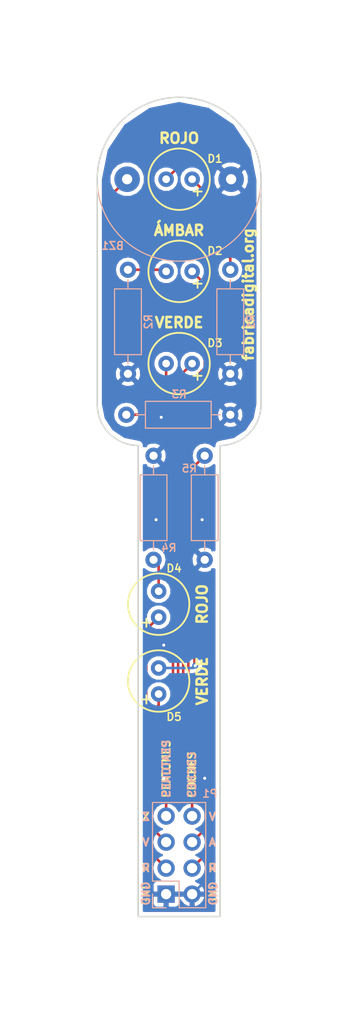
<source format=kicad_pcb>
(kicad_pcb (version 4) (host pcbnew 4.0.6-e0-6349~53~ubuntu16.04.1)

  (general
    (links 18)
    (no_connects 0)
    (area 142.5 62.5 178.85 162.500001)
    (thickness 1.6)
    (drawings 36)
    (tracks 89)
    (zones 0)
    (modules 12)
    (nets 13)
  )

  (page A4)
  (layers
    (0 F.Cu signal)
    (31 B.Cu signal)
    (32 B.Adhes user)
    (33 F.Adhes user)
    (34 B.Paste user)
    (35 F.Paste user)
    (36 B.SilkS user)
    (37 F.SilkS user)
    (38 B.Mask user)
    (39 F.Mask user)
    (40 Dwgs.User user)
    (41 Cmts.User user)
    (42 Eco1.User user)
    (43 Eco2.User user)
    (44 Edge.Cuts user)
    (45 Margin user)
    (46 B.CrtYd user)
    (47 F.CrtYd user)
    (48 B.Fab user hide)
    (49 F.Fab user hide)
  )

  (setup
    (last_trace_width 0.25)
    (trace_clearance 0.25)
    (zone_clearance 0.375)
    (zone_45_only no)
    (trace_min 0.2)
    (segment_width 0.2)
    (edge_width 0.15)
    (via_size 0.6)
    (via_drill 0.3)
    (via_min_size 0.4)
    (via_min_drill 0.3)
    (uvia_size 0.3)
    (uvia_drill 0.1)
    (uvias_allowed no)
    (uvia_min_size 0.2)
    (uvia_min_drill 0.1)
    (pcb_text_width 0.3)
    (pcb_text_size 1.5 1.5)
    (mod_edge_width 0.15)
    (mod_text_size 0.75 0.75)
    (mod_text_width 0.15)
    (pad_size 1.524 1.524)
    (pad_drill 0.762)
    (pad_to_mask_clearance 0.2)
    (aux_axis_origin 156 152)
    (grid_origin 156 152)
    (visible_elements FFFFFF7F)
    (pcbplotparams
      (layerselection 0x010fc_80000001)
      (usegerberextensions true)
      (excludeedgelayer true)
      (linewidth 0.100000)
      (plotframeref false)
      (viasonmask false)
      (mode 1)
      (useauxorigin true)
      (hpglpennumber 1)
      (hpglpenspeed 20)
      (hpglpendiameter 15)
      (hpglpenoverlay 2)
      (psnegative false)
      (psa4output false)
      (plotreference true)
      (plotvalue false)
      (plotinvisibletext false)
      (padsonsilk false)
      (subtractmaskfromsilk false)
      (outputformat 1)
      (mirror false)
      (drillshape 0)
      (scaleselection 1)
      (outputdirectory fab))
  )

  (net 0 "")
  (net 1 GNDREF)
  (net 2 /ZUMBADOR)
  (net 3 "Net-(D1-Pad1)")
  (net 4 /COCHES-VERDE)
  (net 5 "Net-(D2-Pad1)")
  (net 6 /COCHES-AMBAR)
  (net 7 "Net-(D3-Pad1)")
  (net 8 /COCHES-ROJO)
  (net 9 "Net-(D4-Pad1)")
  (net 10 /PEATONES-VERDE)
  (net 11 "Net-(D5-Pad1)")
  (net 12 /PEATONES-ROJO)

  (net_class Default "This is the default net class."
    (clearance 0.25)
    (trace_width 0.25)
    (via_dia 0.6)
    (via_drill 0.3)
    (uvia_dia 0.3)
    (uvia_drill 0.1)
    (add_net /COCHES-AMBAR)
    (add_net /COCHES-ROJO)
    (add_net /COCHES-VERDE)
    (add_net /PEATONES-ROJO)
    (add_net /PEATONES-VERDE)
    (add_net /ZUMBADOR)
    (add_net GNDREF)
    (add_net "Net-(D1-Pad1)")
    (add_net "Net-(D2-Pad1)")
    (add_net "Net-(D3-Pad1)")
    (add_net "Net-(D4-Pad1)")
    (add_net "Net-(D5-Pad1)")
  )

  (module Pin_Headers:Pin_Header_Straight_2x04_Pitch2.54mm (layer B.Cu) (tedit 58D4FA9C) (tstamp 58D40AFE)
    (at 160 146)
    (descr "Through hole straight pin header, 2x04, 2.54mm pitch, double rows")
    (tags "Through hole pin header THT 2x04 2.54mm double row")
    (path /5887798C)
    (fp_text reference P1 (at 3 -6) (layer B.SilkS)
      (effects (font (size 0.75 0.75) (thickness 0.15)) (justify mirror))
    )
    (fp_text value CONN_02X04 (at 0 -6.14) (layer B.Fab)
      (effects (font (size 1 1) (thickness 0.15)) (justify mirror))
    )
    (fp_line (start -2.54 5.08) (end -2.54 -5.08) (layer B.Fab) (width 0.1))
    (fp_line (start -2.54 -5.08) (end 2.54 -5.08) (layer B.Fab) (width 0.1))
    (fp_line (start 2.54 -5.08) (end 2.54 5.08) (layer B.Fab) (width 0.1))
    (fp_line (start 2.54 5.08) (end -2.54 5.08) (layer B.Fab) (width 0.1))
    (fp_line (start -2.6 2.54) (end -2.6 -5.14) (layer B.SilkS) (width 0.12))
    (fp_line (start -2.6 -5.14) (end 2.6 -5.14) (layer B.SilkS) (width 0.12))
    (fp_line (start 2.6 -5.14) (end 2.6 5.14) (layer B.SilkS) (width 0.12))
    (fp_line (start 2.6 5.14) (end 0 5.14) (layer B.SilkS) (width 0.12))
    (fp_line (start 0 5.14) (end 0 2.54) (layer B.SilkS) (width 0.12))
    (fp_line (start 0 2.54) (end -2.6 2.54) (layer B.SilkS) (width 0.12))
    (fp_line (start -2.6 3.81) (end -2.6 5.14) (layer B.SilkS) (width 0.12))
    (fp_line (start -2.6 5.14) (end -1.27 5.14) (layer B.SilkS) (width 0.12))
    (fp_line (start -3.07 5.61) (end -3.07 -5.59) (layer B.CrtYd) (width 0.05))
    (fp_line (start -3.07 -5.59) (end 3.08 -5.59) (layer B.CrtYd) (width 0.05))
    (fp_line (start 3.08 -5.59) (end 3.08 5.61) (layer B.CrtYd) (width 0.05))
    (fp_line (start 3.08 5.61) (end -3.07 5.61) (layer B.CrtYd) (width 0.05))
    (fp_text user %R (at 0 6.14) (layer B.Fab)
      (effects (font (size 1 1) (thickness 0.15)) (justify mirror))
    )
    (pad 1 thru_hole rect (at -1.27 3.81) (size 1.7 1.7) (drill 1) (layers *.Cu *.Mask)
      (net 1 GNDREF))
    (pad 2 thru_hole oval (at 1.27 3.81) (size 1.7 1.7) (drill 1) (layers *.Cu *.Mask)
      (net 1 GNDREF))
    (pad 3 thru_hole oval (at -1.27 1.27) (size 1.7 1.7) (drill 1) (layers *.Cu *.Mask)
      (net 12 /PEATONES-ROJO))
    (pad 4 thru_hole oval (at 1.27 1.27) (size 1.7 1.7) (drill 1) (layers *.Cu *.Mask)
      (net 8 /COCHES-ROJO))
    (pad 5 thru_hole oval (at -1.27 -1.27) (size 1.7 1.7) (drill 1) (layers *.Cu *.Mask)
      (net 10 /PEATONES-VERDE))
    (pad 6 thru_hole oval (at 1.27 -1.27) (size 1.7 1.7) (drill 1) (layers *.Cu *.Mask)
      (net 6 /COCHES-AMBAR))
    (pad 7 thru_hole oval (at -1.27 -3.81) (size 1.7 1.7) (drill 1) (layers *.Cu *.Mask)
      (net 2 /ZUMBADOR))
    (pad 8 thru_hole oval (at 1.27 -3.81) (size 1.7 1.7) (drill 1) (layers *.Cu *.Mask)
      (net 4 /COCHES-VERDE))
    (model ${KISYS3DMOD}/Pin_Headers.3dshapes/Pin_Header_Straight_2x04_Pitch2.54mm.wrl
      (at (xyz 0.05 -0.15 0))
      (scale (xyz 1 1 1))
      (rotate (xyz 0 0 90))
    )
  )

  (module Buzzers_Beepers:BUZZER (layer B.Cu) (tedit 0) (tstamp 58D40AD4)
    (at 160 80)
    (path /588776B0)
    (fp_text reference BZ1 (at -6.5 6.5) (layer B.SilkS)
      (effects (font (size 0.75 0.75) (thickness 0.15)) (justify mirror))
    )
    (fp_text value Buzzer (at 0 -1.50114) (layer B.Fab)
      (effects (font (size 1 1) (thickness 0.15)) (justify mirror))
    )
    (fp_circle (center 0 0) (end 8.001 -0.24892) (layer B.SilkS) (width 0.12))
    (pad 2 thru_hole circle (at 5.08 0) (size 2.49936 2.49936) (drill 1.00076) (layers *.Cu *.Mask)
      (net 1 GNDREF))
    (pad 1 thru_hole circle (at -5.08 0) (size 2.49936 2.49936) (drill 1.00076) (layers *.Cu *.Mask)
      (net 2 /ZUMBADOR))
  )

  (module Resistors_THT:R_Axial_DIN0207_L6.3mm_D2.5mm_P10.16mm_Horizontal (layer B.Cu) (tedit 5874F706) (tstamp 58D40B04)
    (at 165 99 90)
    (descr "Resistor, Axial_DIN0207 series, Axial, Horizontal, pin pitch=10.16mm, 0.25W = 1/4W, length*diameter=6.3*2.5mm^2, http://cdn-reichelt.de/documents/datenblatt/B400/1_4W%23YAG.pdf")
    (tags "Resistor Axial_DIN0207 series Axial Horizontal pin pitch 10.16mm 0.25W = 1/4W length 6.3mm diameter 2.5mm")
    (path /58877498)
    (fp_text reference R1 (at 5.08 2 90) (layer B.SilkS)
      (effects (font (size 0.75 0.75) (thickness 0.15)) (justify mirror))
    )
    (fp_text value R (at 5.08 -2.31 90) (layer B.Fab)
      (effects (font (size 1 1) (thickness 0.15)) (justify mirror))
    )
    (fp_line (start 1.93 1.25) (end 1.93 -1.25) (layer B.Fab) (width 0.1))
    (fp_line (start 1.93 -1.25) (end 8.23 -1.25) (layer B.Fab) (width 0.1))
    (fp_line (start 8.23 -1.25) (end 8.23 1.25) (layer B.Fab) (width 0.1))
    (fp_line (start 8.23 1.25) (end 1.93 1.25) (layer B.Fab) (width 0.1))
    (fp_line (start 0 0) (end 1.93 0) (layer B.Fab) (width 0.1))
    (fp_line (start 10.16 0) (end 8.23 0) (layer B.Fab) (width 0.1))
    (fp_line (start 1.87 1.31) (end 1.87 -1.31) (layer B.SilkS) (width 0.12))
    (fp_line (start 1.87 -1.31) (end 8.29 -1.31) (layer B.SilkS) (width 0.12))
    (fp_line (start 8.29 -1.31) (end 8.29 1.31) (layer B.SilkS) (width 0.12))
    (fp_line (start 8.29 1.31) (end 1.87 1.31) (layer B.SilkS) (width 0.12))
    (fp_line (start 0.98 0) (end 1.87 0) (layer B.SilkS) (width 0.12))
    (fp_line (start 9.18 0) (end 8.29 0) (layer B.SilkS) (width 0.12))
    (fp_line (start -1.05 1.6) (end -1.05 -1.6) (layer B.CrtYd) (width 0.05))
    (fp_line (start -1.05 -1.6) (end 11.25 -1.6) (layer B.CrtYd) (width 0.05))
    (fp_line (start 11.25 -1.6) (end 11.25 1.6) (layer B.CrtYd) (width 0.05))
    (fp_line (start 11.25 1.6) (end -1.05 1.6) (layer B.CrtYd) (width 0.05))
    (pad 1 thru_hole circle (at 0 0 90) (size 1.6 1.6) (drill 0.8) (layers *.Cu *.Mask)
      (net 1 GNDREF))
    (pad 2 thru_hole oval (at 10.16 0 90) (size 1.6 1.6) (drill 0.8) (layers *.Cu *.Mask)
      (net 3 "Net-(D1-Pad1)"))
    (model Resistors_THT.3dshapes/R_Axial_DIN0207_L6.3mm_D2.5mm_P10.16mm_Horizontal.wrl
      (at (xyz 0 0 0))
      (scale (xyz 0.393701 0.393701 0.393701))
      (rotate (xyz 0 0 0))
    )
  )

  (module Resistors_THT:R_Axial_DIN0207_L6.3mm_D2.5mm_P10.16mm_Horizontal (layer B.Cu) (tedit 5874F706) (tstamp 58D40B0A)
    (at 155 99 90)
    (descr "Resistor, Axial_DIN0207 series, Axial, Horizontal, pin pitch=10.16mm, 0.25W = 1/4W, length*diameter=6.3*2.5mm^2, http://cdn-reichelt.de/documents/datenblatt/B400/1_4W%23YAG.pdf")
    (tags "Resistor Axial_DIN0207 series Axial Horizontal pin pitch 10.16mm 0.25W = 1/4W length 6.3mm diameter 2.5mm")
    (path /588774EF)
    (fp_text reference R2 (at 5.08 2 90) (layer B.SilkS)
      (effects (font (size 0.75 0.75) (thickness 0.15)) (justify mirror))
    )
    (fp_text value R (at 5.08 -2.31 90) (layer B.Fab)
      (effects (font (size 1 1) (thickness 0.15)) (justify mirror))
    )
    (fp_line (start 1.93 1.25) (end 1.93 -1.25) (layer B.Fab) (width 0.1))
    (fp_line (start 1.93 -1.25) (end 8.23 -1.25) (layer B.Fab) (width 0.1))
    (fp_line (start 8.23 -1.25) (end 8.23 1.25) (layer B.Fab) (width 0.1))
    (fp_line (start 8.23 1.25) (end 1.93 1.25) (layer B.Fab) (width 0.1))
    (fp_line (start 0 0) (end 1.93 0) (layer B.Fab) (width 0.1))
    (fp_line (start 10.16 0) (end 8.23 0) (layer B.Fab) (width 0.1))
    (fp_line (start 1.87 1.31) (end 1.87 -1.31) (layer B.SilkS) (width 0.12))
    (fp_line (start 1.87 -1.31) (end 8.29 -1.31) (layer B.SilkS) (width 0.12))
    (fp_line (start 8.29 -1.31) (end 8.29 1.31) (layer B.SilkS) (width 0.12))
    (fp_line (start 8.29 1.31) (end 1.87 1.31) (layer B.SilkS) (width 0.12))
    (fp_line (start 0.98 0) (end 1.87 0) (layer B.SilkS) (width 0.12))
    (fp_line (start 9.18 0) (end 8.29 0) (layer B.SilkS) (width 0.12))
    (fp_line (start -1.05 1.6) (end -1.05 -1.6) (layer B.CrtYd) (width 0.05))
    (fp_line (start -1.05 -1.6) (end 11.25 -1.6) (layer B.CrtYd) (width 0.05))
    (fp_line (start 11.25 -1.6) (end 11.25 1.6) (layer B.CrtYd) (width 0.05))
    (fp_line (start 11.25 1.6) (end -1.05 1.6) (layer B.CrtYd) (width 0.05))
    (pad 1 thru_hole circle (at 0 0 90) (size 1.6 1.6) (drill 0.8) (layers *.Cu *.Mask)
      (net 1 GNDREF))
    (pad 2 thru_hole oval (at 10.16 0 90) (size 1.6 1.6) (drill 0.8) (layers *.Cu *.Mask)
      (net 5 "Net-(D2-Pad1)"))
    (model Resistors_THT.3dshapes/R_Axial_DIN0207_L6.3mm_D2.5mm_P10.16mm_Horizontal.wrl
      (at (xyz 0 0 0))
      (scale (xyz 0.393701 0.393701 0.393701))
      (rotate (xyz 0 0 0))
    )
  )

  (module Resistors_THT:R_Axial_DIN0207_L6.3mm_D2.5mm_P10.16mm_Horizontal (layer B.Cu) (tedit 5874F706) (tstamp 58D40B10)
    (at 165 103 180)
    (descr "Resistor, Axial_DIN0207 series, Axial, Horizontal, pin pitch=10.16mm, 0.25W = 1/4W, length*diameter=6.3*2.5mm^2, http://cdn-reichelt.de/documents/datenblatt/B400/1_4W%23YAG.pdf")
    (tags "Resistor Axial_DIN0207 series Axial Horizontal pin pitch 10.16mm 0.25W = 1/4W length 6.3mm diameter 2.5mm")
    (path /58877520)
    (fp_text reference R3 (at 5 2 180) (layer B.SilkS)
      (effects (font (size 0.75 0.75) (thickness 0.15)) (justify mirror))
    )
    (fp_text value R (at 5.08 -2.31 180) (layer B.Fab)
      (effects (font (size 1 1) (thickness 0.15)) (justify mirror))
    )
    (fp_line (start 1.93 1.25) (end 1.93 -1.25) (layer B.Fab) (width 0.1))
    (fp_line (start 1.93 -1.25) (end 8.23 -1.25) (layer B.Fab) (width 0.1))
    (fp_line (start 8.23 -1.25) (end 8.23 1.25) (layer B.Fab) (width 0.1))
    (fp_line (start 8.23 1.25) (end 1.93 1.25) (layer B.Fab) (width 0.1))
    (fp_line (start 0 0) (end 1.93 0) (layer B.Fab) (width 0.1))
    (fp_line (start 10.16 0) (end 8.23 0) (layer B.Fab) (width 0.1))
    (fp_line (start 1.87 1.31) (end 1.87 -1.31) (layer B.SilkS) (width 0.12))
    (fp_line (start 1.87 -1.31) (end 8.29 -1.31) (layer B.SilkS) (width 0.12))
    (fp_line (start 8.29 -1.31) (end 8.29 1.31) (layer B.SilkS) (width 0.12))
    (fp_line (start 8.29 1.31) (end 1.87 1.31) (layer B.SilkS) (width 0.12))
    (fp_line (start 0.98 0) (end 1.87 0) (layer B.SilkS) (width 0.12))
    (fp_line (start 9.18 0) (end 8.29 0) (layer B.SilkS) (width 0.12))
    (fp_line (start -1.05 1.6) (end -1.05 -1.6) (layer B.CrtYd) (width 0.05))
    (fp_line (start -1.05 -1.6) (end 11.25 -1.6) (layer B.CrtYd) (width 0.05))
    (fp_line (start 11.25 -1.6) (end 11.25 1.6) (layer B.CrtYd) (width 0.05))
    (fp_line (start 11.25 1.6) (end -1.05 1.6) (layer B.CrtYd) (width 0.05))
    (pad 1 thru_hole circle (at 0 0 180) (size 1.6 1.6) (drill 0.8) (layers *.Cu *.Mask)
      (net 1 GNDREF))
    (pad 2 thru_hole oval (at 10.16 0 180) (size 1.6 1.6) (drill 0.8) (layers *.Cu *.Mask)
      (net 7 "Net-(D3-Pad1)"))
    (model Resistors_THT.3dshapes/R_Axial_DIN0207_L6.3mm_D2.5mm_P10.16mm_Horizontal.wrl
      (at (xyz 0 0 0))
      (scale (xyz 0.393701 0.393701 0.393701))
      (rotate (xyz 0 0 0))
    )
  )

  (module Resistors_THT:R_Axial_DIN0207_L6.3mm_D2.5mm_P10.16mm_Horizontal (layer B.Cu) (tedit 5874F706) (tstamp 58D40B16)
    (at 157.5 107 270)
    (descr "Resistor, Axial_DIN0207 series, Axial, Horizontal, pin pitch=10.16mm, 0.25W = 1/4W, length*diameter=6.3*2.5mm^2, http://cdn-reichelt.de/documents/datenblatt/B400/1_4W%23YAG.pdf")
    (tags "Resistor Axial_DIN0207 series Axial Horizontal pin pitch 10.16mm 0.25W = 1/4W length 6.3mm diameter 2.5mm")
    (path /58877554)
    (fp_text reference R4 (at 9 -1.5 360) (layer B.SilkS)
      (effects (font (size 0.75 0.75) (thickness 0.15)) (justify mirror))
    )
    (fp_text value R (at 5.08 -2.31 270) (layer B.Fab)
      (effects (font (size 1 1) (thickness 0.15)) (justify mirror))
    )
    (fp_line (start 1.93 1.25) (end 1.93 -1.25) (layer B.Fab) (width 0.1))
    (fp_line (start 1.93 -1.25) (end 8.23 -1.25) (layer B.Fab) (width 0.1))
    (fp_line (start 8.23 -1.25) (end 8.23 1.25) (layer B.Fab) (width 0.1))
    (fp_line (start 8.23 1.25) (end 1.93 1.25) (layer B.Fab) (width 0.1))
    (fp_line (start 0 0) (end 1.93 0) (layer B.Fab) (width 0.1))
    (fp_line (start 10.16 0) (end 8.23 0) (layer B.Fab) (width 0.1))
    (fp_line (start 1.87 1.31) (end 1.87 -1.31) (layer B.SilkS) (width 0.12))
    (fp_line (start 1.87 -1.31) (end 8.29 -1.31) (layer B.SilkS) (width 0.12))
    (fp_line (start 8.29 -1.31) (end 8.29 1.31) (layer B.SilkS) (width 0.12))
    (fp_line (start 8.29 1.31) (end 1.87 1.31) (layer B.SilkS) (width 0.12))
    (fp_line (start 0.98 0) (end 1.87 0) (layer B.SilkS) (width 0.12))
    (fp_line (start 9.18 0) (end 8.29 0) (layer B.SilkS) (width 0.12))
    (fp_line (start -1.05 1.6) (end -1.05 -1.6) (layer B.CrtYd) (width 0.05))
    (fp_line (start -1.05 -1.6) (end 11.25 -1.6) (layer B.CrtYd) (width 0.05))
    (fp_line (start 11.25 -1.6) (end 11.25 1.6) (layer B.CrtYd) (width 0.05))
    (fp_line (start 11.25 1.6) (end -1.05 1.6) (layer B.CrtYd) (width 0.05))
    (pad 1 thru_hole circle (at 0 0 270) (size 1.6 1.6) (drill 0.8) (layers *.Cu *.Mask)
      (net 1 GNDREF))
    (pad 2 thru_hole oval (at 10.16 0 270) (size 1.6 1.6) (drill 0.8) (layers *.Cu *.Mask)
      (net 9 "Net-(D4-Pad1)"))
    (model Resistors_THT.3dshapes/R_Axial_DIN0207_L6.3mm_D2.5mm_P10.16mm_Horizontal.wrl
      (at (xyz 0 0 0))
      (scale (xyz 0.393701 0.393701 0.393701))
      (rotate (xyz 0 0 0))
    )
  )

  (module Resistors_THT:R_Axial_DIN0207_L6.3mm_D2.5mm_P10.16mm_Horizontal (layer B.Cu) (tedit 5874F706) (tstamp 58D40B1C)
    (at 162.5 117.16 90)
    (descr "Resistor, Axial_DIN0207 series, Axial, Horizontal, pin pitch=10.16mm, 0.25W = 1/4W, length*diameter=6.3*2.5mm^2, http://cdn-reichelt.de/documents/datenblatt/B400/1_4W%23YAG.pdf")
    (tags "Resistor Axial_DIN0207 series Axial Horizontal pin pitch 10.16mm 0.25W = 1/4W length 6.3mm diameter 2.5mm")
    (path /5887759B)
    (fp_text reference R5 (at 8.91 -1.5 180) (layer B.SilkS)
      (effects (font (size 0.75 0.75) (thickness 0.15)) (justify mirror))
    )
    (fp_text value R (at 5.08 -2.31 90) (layer B.Fab)
      (effects (font (size 1 1) (thickness 0.15)) (justify mirror))
    )
    (fp_line (start 1.93 1.25) (end 1.93 -1.25) (layer B.Fab) (width 0.1))
    (fp_line (start 1.93 -1.25) (end 8.23 -1.25) (layer B.Fab) (width 0.1))
    (fp_line (start 8.23 -1.25) (end 8.23 1.25) (layer B.Fab) (width 0.1))
    (fp_line (start 8.23 1.25) (end 1.93 1.25) (layer B.Fab) (width 0.1))
    (fp_line (start 0 0) (end 1.93 0) (layer B.Fab) (width 0.1))
    (fp_line (start 10.16 0) (end 8.23 0) (layer B.Fab) (width 0.1))
    (fp_line (start 1.87 1.31) (end 1.87 -1.31) (layer B.SilkS) (width 0.12))
    (fp_line (start 1.87 -1.31) (end 8.29 -1.31) (layer B.SilkS) (width 0.12))
    (fp_line (start 8.29 -1.31) (end 8.29 1.31) (layer B.SilkS) (width 0.12))
    (fp_line (start 8.29 1.31) (end 1.87 1.31) (layer B.SilkS) (width 0.12))
    (fp_line (start 0.98 0) (end 1.87 0) (layer B.SilkS) (width 0.12))
    (fp_line (start 9.18 0) (end 8.29 0) (layer B.SilkS) (width 0.12))
    (fp_line (start -1.05 1.6) (end -1.05 -1.6) (layer B.CrtYd) (width 0.05))
    (fp_line (start -1.05 -1.6) (end 11.25 -1.6) (layer B.CrtYd) (width 0.05))
    (fp_line (start 11.25 -1.6) (end 11.25 1.6) (layer B.CrtYd) (width 0.05))
    (fp_line (start 11.25 1.6) (end -1.05 1.6) (layer B.CrtYd) (width 0.05))
    (pad 1 thru_hole circle (at 0 0 90) (size 1.6 1.6) (drill 0.8) (layers *.Cu *.Mask)
      (net 1 GNDREF))
    (pad 2 thru_hole oval (at 10.16 0 90) (size 1.6 1.6) (drill 0.8) (layers *.Cu *.Mask)
      (net 11 "Net-(D5-Pad1)"))
    (model Resistors_THT.3dshapes/R_Axial_DIN0207_L6.3mm_D2.5mm_P10.16mm_Horizontal.wrl
      (at (xyz 0 0 0))
      (scale (xyz 0.393701 0.393701 0.393701))
      (rotate (xyz 0 0 0))
    )
  )

  (module leds-thru:LED_5MM_T1-3_4 (layer F.Cu) (tedit 57DAAC8E) (tstamp 58D40EFB)
    (at 160 80)
    (path /588771FF)
    (fp_text reference D1 (at 3.5 -2) (layer F.SilkS)
      (effects (font (size 0.75 0.75) (thickness 0.15)))
    )
    (fp_text value LED (at 0 -0.5) (layer F.Fab) hide
      (effects (font (size 1 1) (thickness 0.15)))
    )
    (fp_line (start 2.2 1.2) (end 1.4 1.2) (layer F.SilkS) (width 0.18))
    (fp_line (start 1.8 0.8) (end 1.8 1.6) (layer F.SilkS) (width 0.18))
    (fp_circle (center 0 0) (end 3 0) (layer F.SilkS) (width 0.18))
    (pad 1 thru_hole circle (at -1.27 0) (size 1.524 1.524) (drill 0.75) (layers *.Cu *.Mask)
      (net 3 "Net-(D1-Pad1)"))
    (pad 2 thru_hole circle (at 1.27 0) (size 1.524 1.524) (drill 0.75) (layers *.Cu *.Mask)
      (net 8 /COCHES-ROJO))
  )

  (module leds-thru:LED_5MM_T1-3_4 (layer F.Cu) (tedit 57DAAC8E) (tstamp 58D40F00)
    (at 160 89)
    (path /58877329)
    (fp_text reference D2 (at 3.5 -2) (layer F.SilkS)
      (effects (font (size 0.75 0.75) (thickness 0.15)))
    )
    (fp_text value LED (at 0 -0.5) (layer F.Fab) hide
      (effects (font (size 1 1) (thickness 0.15)))
    )
    (fp_line (start 2.2 1.2) (end 1.4 1.2) (layer F.SilkS) (width 0.18))
    (fp_line (start 1.8 0.8) (end 1.8 1.6) (layer F.SilkS) (width 0.18))
    (fp_circle (center 0 0) (end 3 0) (layer F.SilkS) (width 0.18))
    (pad 1 thru_hole circle (at -1.27 0) (size 1.524 1.524) (drill 0.75) (layers *.Cu *.Mask)
      (net 5 "Net-(D2-Pad1)"))
    (pad 2 thru_hole circle (at 1.27 0) (size 1.524 1.524) (drill 0.75) (layers *.Cu *.Mask)
      (net 6 /COCHES-AMBAR))
  )

  (module leds-thru:LED_5MM_T1-3_4 (layer F.Cu) (tedit 57DAAC8E) (tstamp 58D40F05)
    (at 160 98)
    (path /5887734B)
    (fp_text reference D3 (at 3.5 -2) (layer F.SilkS)
      (effects (font (size 0.75 0.75) (thickness 0.15)))
    )
    (fp_text value LED (at 0 -0.5) (layer F.Fab) hide
      (effects (font (size 1 1) (thickness 0.15)))
    )
    (fp_line (start 2.2 1.2) (end 1.4 1.2) (layer F.SilkS) (width 0.18))
    (fp_line (start 1.8 0.8) (end 1.8 1.6) (layer F.SilkS) (width 0.18))
    (fp_circle (center 0 0) (end 3 0) (layer F.SilkS) (width 0.18))
    (pad 1 thru_hole circle (at -1.27 0) (size 1.524 1.524) (drill 0.75) (layers *.Cu *.Mask)
      (net 7 "Net-(D3-Pad1)"))
    (pad 2 thru_hole circle (at 1.27 0) (size 1.524 1.524) (drill 0.75) (layers *.Cu *.Mask)
      (net 4 /COCHES-VERDE))
  )

  (module leds-thru:LED_5MM_T1-3_4 (layer F.Cu) (tedit 57DAAC8E) (tstamp 58D40F0A)
    (at 158 121.5 270)
    (path /5887737E)
    (fp_text reference D4 (at -3.5 -1.5 360) (layer F.SilkS)
      (effects (font (size 0.75 0.75) (thickness 0.15)))
    )
    (fp_text value LED (at 0 -0.5 270) (layer F.Fab) hide
      (effects (font (size 1 1) (thickness 0.15)))
    )
    (fp_line (start 2.2 1.2) (end 1.4 1.2) (layer F.SilkS) (width 0.18))
    (fp_line (start 1.8 0.8) (end 1.8 1.6) (layer F.SilkS) (width 0.18))
    (fp_circle (center 0 0) (end 3 0) (layer F.SilkS) (width 0.18))
    (pad 1 thru_hole circle (at -1.27 0 270) (size 1.524 1.524) (drill 0.75) (layers *.Cu *.Mask)
      (net 9 "Net-(D4-Pad1)"))
    (pad 2 thru_hole circle (at 1.27 0 270) (size 1.524 1.524) (drill 0.75) (layers *.Cu *.Mask)
      (net 12 /PEATONES-ROJO))
  )

  (module leds-thru:LED_5MM_T1-3_4 (layer F.Cu) (tedit 57DAAC8E) (tstamp 58D40F0F)
    (at 158 129 270)
    (path /588773C2)
    (fp_text reference D5 (at 3.5 -1.5 360) (layer F.SilkS)
      (effects (font (size 0.75 0.75) (thickness 0.15)))
    )
    (fp_text value LED (at 0 -0.5 270) (layer F.Fab) hide
      (effects (font (size 1 1) (thickness 0.15)))
    )
    (fp_line (start 2.2 1.2) (end 1.4 1.2) (layer F.SilkS) (width 0.18))
    (fp_line (start 1.8 0.8) (end 1.8 1.6) (layer F.SilkS) (width 0.18))
    (fp_circle (center 0 0) (end 3 0) (layer F.SilkS) (width 0.18))
    (pad 1 thru_hole circle (at -1.27 0 270) (size 1.524 1.524) (drill 0.75) (layers *.Cu *.Mask)
      (net 11 "Net-(D5-Pad1)"))
    (pad 2 thru_hole circle (at 1.27 0 270) (size 1.524 1.524) (drill 0.75) (layers *.Cu *.Mask)
      (net 10 /PEATONES-VERDE))
  )

  (gr_text fabricadigital.org (at 166.75 91.25 90) (layer F.SilkS)
    (effects (font (size 1 1) (thickness 0.25)))
  )
  (gr_text GND (at 156.75 149.75 90) (layer B.SilkS) (tstamp 58D4FBF1)
    (effects (font (size 0.75 0.75) (thickness 0.1875)) (justify mirror))
  )
  (gr_text GND (at 163.25 149.75 270) (layer B.SilkS) (tstamp 58D4FBEE)
    (effects (font (size 0.75 0.75) (thickness 0.1875)) (justify mirror))
  )
  (gr_text R (at 163.25 147.25) (layer B.SilkS) (tstamp 58D4FBEB)
    (effects (font (size 0.75 0.75) (thickness 0.1875)) (justify mirror))
  )
  (gr_text R (at 156.75 147.25) (layer B.SilkS) (tstamp 58D4FBE8)
    (effects (font (size 0.75 0.75) (thickness 0.1875)) (justify mirror))
  )
  (gr_text A (at 163.25 144.75) (layer B.SilkS) (tstamp 58D4FBE5)
    (effects (font (size 0.75 0.75) (thickness 0.1875)) (justify mirror))
  )
  (gr_text V (at 156.75 144.75) (layer B.SilkS) (tstamp 58D4FBE2)
    (effects (font (size 0.75 0.75) (thickness 0.1875)) (justify mirror))
  )
  (gr_text V (at 163.25 142.25) (layer B.SilkS) (tstamp 58D4FBDF)
    (effects (font (size 0.75 0.75) (thickness 0.1875)) (justify mirror))
  )
  (gr_text Z (at 156.75 142.25) (layer F.SilkS) (tstamp 58D4FBDC)
    (effects (font (size 0.75 0.75) (thickness 0.1875)))
  )
  (gr_text COCHES (at 161.25 140.5 90) (layer B.SilkS) (tstamp 58D4FBD7)
    (effects (font (size 0.75 0.75) (thickness 0.1875)) (justify right mirror))
  )
  (gr_text PEATONES (at 158.75 140.5 90) (layer B.SilkS) (tstamp 58D4FBD2)
    (effects (font (size 0.75 0.75) (thickness 0.1875)) (justify right mirror))
  )
  (gr_text COCHES (at 161.25 140.5 90) (layer F.SilkS) (tstamp 58D4FAED)
    (effects (font (size 0.75 0.75) (thickness 0.1875)) (justify left))
  )
  (gr_text GND (at 163.25 149.75 270) (layer F.SilkS) (tstamp 58D4FAEB)
    (effects (font (size 0.75 0.75) (thickness 0.1875)))
  )
  (gr_text GND (at 156.75 149.75 90) (layer F.SilkS)
    (effects (font (size 0.75 0.75) (thickness 0.1875)))
  )
  (gr_text A (at 163.25 144.75) (layer F.SilkS) (tstamp 58D4FA73)
    (effects (font (size 0.75 0.75) (thickness 0.1875)))
  )
  (gr_text R (at 163.25 147.25) (layer F.SilkS) (tstamp 58D4FA6D)
    (effects (font (size 0.75 0.75) (thickness 0.1875)))
  )
  (gr_text V (at 163.25 142.25) (layer F.SilkS) (tstamp 58D4FA63)
    (effects (font (size 0.75 0.75) (thickness 0.1875)))
  )
  (gr_text R (at 156.75 147.25) (layer F.SilkS) (tstamp 58D4FA1D)
    (effects (font (size 0.75 0.75) (thickness 0.1875)))
  )
  (gr_text V (at 156.75 144.75) (layer F.SilkS)
    (effects (font (size 0.75 0.75) (thickness 0.1875)))
  )
  (gr_text PEATONES (at 158.75 140.5 90) (layer F.SilkS)
    (effects (font (size 0.75 0.75) (thickness 0.1875)) (justify left))
  )
  (gr_text Z (at 156.75 142.25) (layer B.SilkS)
    (effects (font (size 0.75 0.75) (thickness 0.1875)) (justify mirror))
  )
  (gr_text VERDE (at 162.25 129 90) (layer F.SilkS) (tstamp 58D4F969)
    (effects (font (size 1 1) (thickness 0.25)))
  )
  (gr_text ROJO (at 162.25 121.5 90) (layer F.SilkS) (tstamp 58D4F946)
    (effects (font (size 1 1) (thickness 0.25)))
  )
  (gr_text VERDE (at 160 94) (layer F.SilkS) (tstamp 58D4F943)
    (effects (font (size 1 1) (thickness 0.25)))
  )
  (gr_text ÁMBAR (at 160 85) (layer F.SilkS) (tstamp 58D4F908)
    (effects (font (size 1 1) (thickness 0.25)))
  )
  (gr_text ROJO (at 160 76) (layer F.SilkS)
    (effects (font (size 1 1) (thickness 0.25)))
  )
  (dimension 80 (width 0.3) (layer Cmts.User)
    (gr_text "80,000 mm" (at 172.35 112 270) (layer Cmts.User) (tstamp 58D4FD03)
      (effects (font (size 1.5 1.5) (thickness 0.3)))
    )
    (feature1 (pts (xy 160 152) (xy 173.7 152)))
    (feature2 (pts (xy 160 72) (xy 173.7 72)))
    (crossbar (pts (xy 171 72) (xy 171 152)))
    (arrow1a (pts (xy 171 152) (xy 170.413579 150.873496)))
    (arrow1b (pts (xy 171 152) (xy 171.586421 150.873496)))
    (arrow2a (pts (xy 171 72) (xy 170.413579 73.126504)))
    (arrow2b (pts (xy 171 72) (xy 171.586421 73.126504)))
  )
  (gr_line (start 164 152) (end 164 106) (layer Edge.Cuts) (width 0.15))
  (gr_line (start 156 152) (end 164 152) (layer Edge.Cuts) (width 0.15))
  (gr_line (start 156 106) (end 156 152) (layer Edge.Cuts) (width 0.15))
  (gr_arc (start 156 102) (end 156 106) (angle 90) (layer Edge.Cuts) (width 0.15))
  (gr_arc (start 164 102) (end 168 102) (angle 90) (layer Edge.Cuts) (width 0.15))
  (gr_line (start 168 80) (end 168 102) (layer Edge.Cuts) (width 0.15))
  (dimension 16 (width 0.3) (layer Cmts.User)
    (gr_text "16,000 mm" (at 160 69.65) (layer Cmts.User)
      (effects (font (size 1.5 1.5) (thickness 0.3)))
    )
    (feature1 (pts (xy 168 80) (xy 168 68.3)))
    (feature2 (pts (xy 152 80) (xy 152 68.3)))
    (crossbar (pts (xy 152 71) (xy 168 71)))
    (arrow1a (pts (xy 168 71) (xy 166.873496 71.586421)))
    (arrow1b (pts (xy 168 71) (xy 166.873496 70.413579)))
    (arrow2a (pts (xy 152 71) (xy 153.126504 71.586421)))
    (arrow2b (pts (xy 152 71) (xy 153.126504 70.413579)))
  )
  (gr_line (start 152 80) (end 152 102) (layer Edge.Cuts) (width 0.15))
  (gr_arc (start 160 80) (end 152 80) (angle 180) (layer Edge.Cuts) (width 0.15))

  (segment (start 160.75 114.75) (end 162.25 113.25) (width 0.25) (layer B.Cu) (net 1))
  (segment (start 160.25 115.25) (end 160.75 114.75) (width 0.25) (layer B.Cu) (net 1))
  (segment (start 160.75 114.75) (end 160.75 105.75) (width 0.25) (layer B.Cu) (net 1))
  (segment (start 160.75 105.75) (end 158.25 103.25) (width 0.25) (layer B.Cu) (net 1))
  (via (at 158.25 103.25) (size 0.6) (drill 0.3) (layers F.Cu B.Cu) (net 1))
  (segment (start 160.25 116) (end 160.25 115.75) (width 0.25) (layer B.Cu) (net 1))
  (segment (start 160.25 118.5) (end 160.25 116) (width 0.25) (layer B.Cu) (net 1))
  (segment (start 160.25 116) (end 160.25 115.25) (width 0.25) (layer B.Cu) (net 1))
  (via (at 162.25 113.25) (size 0.6) (drill 0.3) (layers F.Cu B.Cu) (net 1))
  (segment (start 160.25 115.75) (end 157.75 113.25) (width 0.25) (layer B.Cu) (net 1))
  (via (at 157.75 113.25) (size 0.6) (drill 0.3) (layers F.Cu B.Cu) (net 1))
  (segment (start 162.5 120.75) (end 160.25 118.5) (width 0.25) (layer B.Cu) (net 1))
  (segment (start 162.5 125.5) (end 162.5 120.75) (width 0.25) (layer B.Cu) (net 1))
  (segment (start 162.5 125.5) (end 158.5 125.5) (width 0.25) (layer B.Cu) (net 1))
  (via (at 158.5 125.5) (size 0.6) (drill 0.3) (layers F.Cu B.Cu) (net 1))
  (segment (start 162.5 138.5) (end 162.5 125.5) (width 0.25) (layer B.Cu) (net 1))
  (segment (start 162.5 138.5) (end 158.5 138.5) (width 0.25) (layer B.Cu) (net 1))
  (via (at 158.5 138.5) (size 0.6) (drill 0.3) (layers F.Cu B.Cu) (net 1))
  (segment (start 161.27 149.81) (end 163 148.08) (width 0.25) (layer B.Cu) (net 1))
  (segment (start 163 148.08) (end 163 139) (width 0.25) (layer B.Cu) (net 1))
  (segment (start 163 139) (end 162.5 138.5) (width 0.25) (layer B.Cu) (net 1))
  (via (at 162.5 138.5) (size 0.6) (drill 0.3) (layers F.Cu B.Cu) (net 1))
  (segment (start 158.73 142.19) (end 158.73 140.987919) (width 0.25) (layer F.Cu) (net 2))
  (segment (start 158.73 140.987919) (end 159.4 140.317919) (width 0.25) (layer F.Cu) (net 2))
  (segment (start 159.4 119.42844) (end 158.8 118.82844) (width 0.25) (layer F.Cu) (net 2))
  (segment (start 159.4 140.317919) (end 159.4 119.42844) (width 0.25) (layer F.Cu) (net 2))
  (segment (start 158.8 118.82844) (end 158.8 106.5) (width 0.25) (layer F.Cu) (net 2))
  (segment (start 158.8 106.5) (end 157.5 105.2) (width 0.25) (layer F.Cu) (net 2))
  (segment (start 152.9 103.1) (end 152.9 82.02) (width 0.25) (layer F.Cu) (net 2))
  (segment (start 157.5 105.2) (end 155 105.2) (width 0.25) (layer F.Cu) (net 2))
  (segment (start 155 105.2) (end 152.9 103.1) (width 0.25) (layer F.Cu) (net 2))
  (segment (start 152.9 82.02) (end 154.92 80) (width 0.25) (layer F.Cu) (net 2))
  (segment (start 158.73 80) (end 160.23 78.5) (width 0.25) (layer F.Cu) (net 3))
  (segment (start 162 78.5) (end 162.9 79.4) (width 0.25) (layer F.Cu) (net 3))
  (segment (start 160.23 78.5) (end 162 78.5) (width 0.25) (layer F.Cu) (net 3))
  (segment (start 162.9 79.4) (end 162.9 80.5) (width 0.25) (layer F.Cu) (net 3))
  (segment (start 162.9 80.5) (end 163.50002 81.10002) (width 0.25) (layer F.Cu) (net 3))
  (segment (start 163.50002 81.10002) (end 163.50002 86.20865) (width 0.25) (layer F.Cu) (net 3))
  (segment (start 163.50002 86.20865) (end 165 87.70863) (width 0.25) (layer F.Cu) (net 3))
  (segment (start 165 87.70863) (end 165 88.84) (width 0.25) (layer F.Cu) (net 3))
  (segment (start 161.27 142.19) (end 161.27 140.987919) (width 0.25) (layer F.Cu) (net 4))
  (segment (start 159.30001 99.96999) (end 161.27 98) (width 0.25) (layer F.Cu) (net 4))
  (segment (start 161.27 140.987919) (end 159.90001 139.617929) (width 0.25) (layer F.Cu) (net 4))
  (segment (start 159.90001 139.617929) (end 159.90001 119.22133) (width 0.25) (layer F.Cu) (net 4))
  (segment (start 159.90001 119.22133) (end 159.30001 118.62133) (width 0.25) (layer F.Cu) (net 4))
  (segment (start 159.30001 118.62133) (end 159.30001 99.96999) (width 0.25) (layer F.Cu) (net 4))
  (segment (start 155 88.84) (end 158.57 88.84) (width 0.25) (layer F.Cu) (net 5))
  (segment (start 158.57 88.84) (end 158.73 89) (width 0.25) (layer F.Cu) (net 5))
  (segment (start 161.27 144.73) (end 162.6 143.4) (width 0.25) (layer F.Cu) (net 6))
  (segment (start 162.5 98.452762) (end 162.5 90.23) (width 0.25) (layer F.Cu) (net 6))
  (segment (start 162.6 143.4) (end 162.6 141.1) (width 0.25) (layer F.Cu) (net 6))
  (segment (start 162.6 141.1) (end 160.40002 138.90002) (width 0.25) (layer F.Cu) (net 6))
  (segment (start 160.40002 138.90002) (end 160.40002 119.01422) (width 0.25) (layer F.Cu) (net 6))
  (segment (start 160.40002 119.01422) (end 159.80002 118.41422) (width 0.25) (layer F.Cu) (net 6))
  (segment (start 159.80002 118.41422) (end 159.80002 101.152742) (width 0.25) (layer F.Cu) (net 6))
  (segment (start 159.80002 101.152742) (end 162.5 98.452762) (width 0.25) (layer F.Cu) (net 6))
  (segment (start 162.5 90.23) (end 161.27 89) (width 0.25) (layer F.Cu) (net 6))
  (segment (start 154.84 103) (end 155.97137 103) (width 0.25) (layer F.Cu) (net 7))
  (segment (start 155.97137 103) (end 158.73 100.24137) (width 0.25) (layer F.Cu) (net 7))
  (segment (start 158.73 100.24137) (end 158.73 99.07763) (width 0.25) (layer F.Cu) (net 7))
  (segment (start 158.73 99.07763) (end 158.73 98) (width 0.25) (layer F.Cu) (net 7))
  (segment (start 161.27 147.27) (end 163.10001 145.43999) (width 0.25) (layer F.Cu) (net 8))
  (segment (start 163.10001 145.43999) (end 163.10001 140.89289) (width 0.25) (layer F.Cu) (net 8))
  (segment (start 163.10001 140.89289) (end 160.90003 138.69291) (width 0.25) (layer F.Cu) (net 8))
  (segment (start 160.90003 138.69291) (end 160.90003 118.80711) (width 0.25) (layer F.Cu) (net 8))
  (segment (start 160.90003 118.80711) (end 160.30003 118.20711) (width 0.25) (layer F.Cu) (net 8))
  (segment (start 160.30003 118.20711) (end 160.30003 101.359852) (width 0.25) (layer F.Cu) (net 8))
  (segment (start 163.00001 98.659872) (end 163.00001 81.73001) (width 0.25) (layer F.Cu) (net 8))
  (segment (start 160.30003 101.359852) (end 163.00001 98.659872) (width 0.25) (layer F.Cu) (net 8))
  (segment (start 163.00001 81.73001) (end 161.27 80) (width 0.25) (layer F.Cu) (net 8))
  (segment (start 158 120.23) (end 158 117.66) (width 0.25) (layer F.Cu) (net 9))
  (segment (start 158 117.66) (end 157.5 117.16) (width 0.25) (layer F.Cu) (net 9))
  (segment (start 157.238001 143.238001) (end 157.288002 135.761999) (width 0.25) (layer F.Cu) (net 10))
  (segment (start 158 130.27) (end 158 131.34763) (width 0.25) (layer F.Cu) (net 10))
  (segment (start 158 131.34763) (end 157.288002 132.059628) (width 0.25) (layer F.Cu) (net 10))
  (segment (start 157.288002 132.059628) (end 157.288002 135.761999) (width 0.25) (layer F.Cu) (net 10))
  (segment (start 158.73 144.73) (end 157.238001 143.238001) (width 0.25) (layer F.Cu) (net 10))
  (segment (start 161.5 118.69996) (end 160.80004 118) (width 0.25) (layer F.Cu) (net 11))
  (segment (start 161.5 127.5) (end 161.5 125) (width 0.25) (layer F.Cu) (net 11))
  (segment (start 161.5 125) (end 161.5 118.69996) (width 0.25) (layer F.Cu) (net 11))
  (segment (start 161.57503 127.5) (end 161.5 127.5) (width 0.25) (layer F.Cu) (net 11))
  (segment (start 158 127.73) (end 161.34503 127.73) (width 0.25) (layer B.Cu) (net 11))
  (segment (start 161.34503 127.73) (end 161.57503 127.5) (width 0.25) (layer B.Cu) (net 11))
  (via (at 161.57503 127.5) (size 0.6) (drill 0.3) (layers F.Cu B.Cu) (net 11))
  (segment (start 160.80004 118) (end 160.80004 108.69996) (width 0.25) (layer F.Cu) (net 11))
  (segment (start 160.80004 108.69996) (end 162.5 107) (width 0.25) (layer F.Cu) (net 11))
  (segment (start 158.73 147.27) (end 156.787992 145.327992) (width 0.25) (layer F.Cu) (net 12))
  (segment (start 156.787992 145.327992) (end 156.787992 123.982008) (width 0.25) (layer F.Cu) (net 12))
  (segment (start 156.787992 123.982008) (end 158 122.77) (width 0.25) (layer F.Cu) (net 12))

  (zone (net 1) (net_name GNDREF) (layer B.Cu) (tstamp 0) (hatch edge 0.508)
    (priority 2)
    (connect_pads (clearance 0.375))
    (min_thickness 0.25)
    (fill yes (arc_segments 16) (thermal_gap 0.375) (thermal_bridge_width 0.5))
    (polygon
      (pts
        (xy 145 65) (xy 175 65) (xy 175 160) (xy 145 160)
      )
    )
    (filled_polygon
      (pts
        (xy 162.837114 73.150603) (xy 165.242302 74.757698) (xy 166.849397 77.162886) (xy 167.425 80.05663) (xy 167.425 101.943365)
        (xy 167.153879 103.306381) (xy 166.413875 104.413875) (xy 165.306381 105.153879) (xy 163.887823 105.436048) (xy 163.835501 105.457721)
        (xy 163.779957 105.468769) (xy 163.732869 105.500232) (xy 163.680547 105.521905) (xy 163.6405 105.561952) (xy 163.593414 105.593414)
        (xy 163.561952 105.6405) (xy 163.521905 105.680547) (xy 163.500232 105.732869) (xy 163.468769 105.779957) (xy 163.457721 105.835501)
        (xy 163.436048 105.887823) (xy 163.436048 105.944458) (xy 163.425 106) (xy 163.425 106.063914) (xy 163.419239 106.055292)
        (xy 162.997488 105.773488) (xy 162.5 105.674531) (xy 162.002512 105.773488) (xy 161.580761 106.055292) (xy 161.298957 106.477043)
        (xy 161.2 106.974531) (xy 161.2 107.025469) (xy 161.298957 107.522957) (xy 161.580761 107.944708) (xy 162.002512 108.226512)
        (xy 162.5 108.325469) (xy 162.997488 108.226512) (xy 163.419239 107.944708) (xy 163.425 107.936086) (xy 163.425 116.213967)
        (xy 163.347127 116.136094) (xy 163.255856 116.227365) (xy 163.174492 116.018979) (xy 162.6865 115.847717) (xy 162.170115 115.876238)
        (xy 161.825508 116.018979) (xy 161.744143 116.227366) (xy 162.5 116.983223) (xy 162.514142 116.969081) (xy 162.690919 117.145858)
        (xy 162.676777 117.16) (xy 162.690919 117.174142) (xy 162.514142 117.350919) (xy 162.5 117.336777) (xy 161.744143 118.092634)
        (xy 161.825508 118.301021) (xy 162.3135 118.472283) (xy 162.829885 118.443762) (xy 163.174492 118.301021) (xy 163.255856 118.092635)
        (xy 163.347127 118.183906) (xy 163.425 118.106033) (xy 163.425 151.425) (xy 156.575 151.425) (xy 156.575 150.06)
        (xy 157.38 150.06) (xy 157.38 150.759456) (xy 157.456121 150.943227) (xy 157.596773 151.08388) (xy 157.780544 151.16)
        (xy 158.48 151.16) (xy 158.605 151.035) (xy 158.605 149.935) (xy 158.855 149.935) (xy 158.855 151.035)
        (xy 158.98 151.16) (xy 159.679456 151.16) (xy 159.863227 151.08388) (xy 160.003879 150.943227) (xy 160.08 150.759456)
        (xy 160.08 150.428871) (xy 160.109038 150.49898) (xy 160.461072 150.890816) (xy 160.936258 151.118107) (xy 161.145 151.029211)
        (xy 161.145 149.935) (xy 161.395 149.935) (xy 161.395 151.029211) (xy 161.603742 151.118107) (xy 162.078928 150.890816)
        (xy 162.430962 150.49898) (xy 162.578097 150.14374) (xy 162.488606 149.935) (xy 161.395 149.935) (xy 161.145 149.935)
        (xy 160.051394 149.935) (xy 160.022469 150.002469) (xy 159.955 149.935) (xy 158.855 149.935) (xy 158.605 149.935)
        (xy 157.505 149.935) (xy 157.38 150.06) (xy 156.575 150.06) (xy 156.575 142.19) (xy 157.353552 142.19)
        (xy 157.456315 142.706623) (xy 157.748958 143.144594) (xy 158.186929 143.437237) (xy 158.301366 143.46) (xy 158.186929 143.482763)
        (xy 157.748958 143.775406) (xy 157.456315 144.213377) (xy 157.353552 144.73) (xy 157.456315 145.246623) (xy 157.748958 145.684594)
        (xy 158.186929 145.977237) (xy 158.301366 146) (xy 158.186929 146.022763) (xy 157.748958 146.315406) (xy 157.456315 146.753377)
        (xy 157.353552 147.27) (xy 157.456315 147.786623) (xy 157.748958 148.224594) (xy 158.101268 148.46) (xy 157.780544 148.46)
        (xy 157.596773 148.53612) (xy 157.456121 148.676773) (xy 157.38 148.860544) (xy 157.38 149.56) (xy 157.505 149.685)
        (xy 158.605 149.685) (xy 158.605 149.665) (xy 158.855 149.665) (xy 158.855 149.685) (xy 159.955 149.685)
        (xy 160.022469 149.617531) (xy 160.051394 149.685) (xy 161.145 149.685) (xy 161.145 149.665) (xy 161.395 149.665)
        (xy 161.395 149.685) (xy 162.488606 149.685) (xy 162.578097 149.47626) (xy 162.430962 149.12102) (xy 162.078928 148.729184)
        (xy 161.687882 148.542139) (xy 161.813071 148.517237) (xy 162.251042 148.224594) (xy 162.543685 147.786623) (xy 162.646448 147.27)
        (xy 162.543685 146.753377) (xy 162.251042 146.315406) (xy 161.813071 146.022763) (xy 161.698634 146) (xy 161.813071 145.977237)
        (xy 162.251042 145.684594) (xy 162.543685 145.246623) (xy 162.646448 144.73) (xy 162.543685 144.213377) (xy 162.251042 143.775406)
        (xy 161.813071 143.482763) (xy 161.698634 143.46) (xy 161.813071 143.437237) (xy 162.251042 143.144594) (xy 162.543685 142.706623)
        (xy 162.646448 142.19) (xy 162.543685 141.673377) (xy 162.251042 141.235406) (xy 161.813071 140.942763) (xy 161.296448 140.84)
        (xy 161.243552 140.84) (xy 160.726929 140.942763) (xy 160.288958 141.235406) (xy 160 141.667862) (xy 159.711042 141.235406)
        (xy 159.273071 140.942763) (xy 158.756448 140.84) (xy 158.703552 140.84) (xy 158.186929 140.942763) (xy 157.748958 141.235406)
        (xy 157.456315 141.673377) (xy 157.353552 142.19) (xy 156.575 142.19) (xy 156.575 130.519926) (xy 156.737781 130.519926)
        (xy 156.929505 130.983932) (xy 157.284201 131.339248) (xy 157.747871 131.53178) (xy 158.249926 131.532219) (xy 158.713932 131.340495)
        (xy 159.069248 130.985799) (xy 159.26178 130.522129) (xy 159.262219 130.020074) (xy 159.070495 129.556068) (xy 158.715799 129.200752)
        (xy 158.252129 129.00822) (xy 157.750074 129.007781) (xy 157.286068 129.199505) (xy 156.930752 129.554201) (xy 156.73822 130.017871)
        (xy 156.737781 130.519926) (xy 156.575 130.519926) (xy 156.575 127.979926) (xy 156.737781 127.979926) (xy 156.929505 128.443932)
        (xy 157.284201 128.799248) (xy 157.747871 128.99178) (xy 158.249926 128.992219) (xy 158.713932 128.800495) (xy 159.069248 128.445799)
        (xy 159.106951 128.355) (xy 161.34503 128.355) (xy 161.584207 128.307425) (xy 161.595292 128.300018) (xy 161.733462 128.300139)
        (xy 162.027602 128.178603) (xy 162.252842 127.953755) (xy 162.374891 127.659828) (xy 162.375169 127.341568) (xy 162.253633 127.047428)
        (xy 162.028785 126.822188) (xy 161.734858 126.700139) (xy 161.416598 126.699861) (xy 161.122458 126.821397) (xy 160.897218 127.046245)
        (xy 160.872821 127.105) (xy 159.107241 127.105) (xy 159.070495 127.016068) (xy 158.715799 126.660752) (xy 158.252129 126.46822)
        (xy 157.750074 126.467781) (xy 157.286068 126.659505) (xy 156.930752 127.014201) (xy 156.73822 127.477871) (xy 156.737781 127.979926)
        (xy 156.575 127.979926) (xy 156.575 123.019926) (xy 156.737781 123.019926) (xy 156.929505 123.483932) (xy 157.284201 123.839248)
        (xy 157.747871 124.03178) (xy 158.249926 124.032219) (xy 158.713932 123.840495) (xy 159.069248 123.485799) (xy 159.26178 123.022129)
        (xy 159.262219 122.520074) (xy 159.070495 122.056068) (xy 158.715799 121.700752) (xy 158.252129 121.50822) (xy 157.750074 121.507781)
        (xy 157.286068 121.699505) (xy 156.930752 122.054201) (xy 156.73822 122.517871) (xy 156.737781 123.019926) (xy 156.575 123.019926)
        (xy 156.575 120.479926) (xy 156.737781 120.479926) (xy 156.929505 120.943932) (xy 157.284201 121.299248) (xy 157.747871 121.49178)
        (xy 158.249926 121.492219) (xy 158.713932 121.300495) (xy 159.069248 120.945799) (xy 159.26178 120.482129) (xy 159.262219 119.980074)
        (xy 159.070495 119.516068) (xy 158.715799 119.160752) (xy 158.252129 118.96822) (xy 157.750074 118.967781) (xy 157.286068 119.159505)
        (xy 156.930752 119.514201) (xy 156.73822 119.977871) (xy 156.737781 120.479926) (xy 156.575 120.479926) (xy 156.575 118.096086)
        (xy 156.580761 118.104708) (xy 157.002512 118.386512) (xy 157.5 118.485469) (xy 157.997488 118.386512) (xy 158.419239 118.104708)
        (xy 158.701043 117.682957) (xy 158.8 117.185469) (xy 158.8 117.134531) (xy 158.767969 116.9735) (xy 161.187717 116.9735)
        (xy 161.216238 117.489885) (xy 161.358979 117.834492) (xy 161.567366 117.915857) (xy 162.323223 117.16) (xy 161.567366 116.404143)
        (xy 161.358979 116.485508) (xy 161.187717 116.9735) (xy 158.767969 116.9735) (xy 158.701043 116.637043) (xy 158.419239 116.215292)
        (xy 157.997488 115.933488) (xy 157.5 115.834531) (xy 157.002512 115.933488) (xy 156.580761 116.215292) (xy 156.575 116.223914)
        (xy 156.575 107.946033) (xy 156.652873 108.023906) (xy 156.744144 107.932635) (xy 156.825508 108.141021) (xy 157.3135 108.312283)
        (xy 157.829885 108.283762) (xy 158.174492 108.141021) (xy 158.255857 107.932634) (xy 157.5 107.176777) (xy 157.485858 107.190919)
        (xy 157.309081 107.014142) (xy 157.323223 107) (xy 157.676777 107) (xy 158.432634 107.755857) (xy 158.641021 107.674492)
        (xy 158.812283 107.1865) (xy 158.783762 106.670115) (xy 158.641021 106.325508) (xy 158.432634 106.244143) (xy 157.676777 107)
        (xy 157.323223 107) (xy 157.309081 106.985858) (xy 157.485858 106.809081) (xy 157.5 106.823223) (xy 158.255857 106.067366)
        (xy 158.174492 105.858979) (xy 157.6865 105.687717) (xy 157.170115 105.716238) (xy 156.825508 105.858979) (xy 156.744144 106.067365)
        (xy 156.652873 105.976094) (xy 156.575 106.053967) (xy 156.575 106) (xy 156.563952 105.944458) (xy 156.563952 105.887823)
        (xy 156.542279 105.835501) (xy 156.531231 105.779957) (xy 156.499768 105.732869) (xy 156.478095 105.680547) (xy 156.438048 105.6405)
        (xy 156.406586 105.593414) (xy 156.3595 105.561952) (xy 156.319453 105.521905) (xy 156.267131 105.500232) (xy 156.220043 105.468769)
        (xy 156.164499 105.457721) (xy 156.112177 105.436048) (xy 154.693619 105.153879) (xy 153.586125 104.413875) (xy 152.846121 103.306381)
        (xy 152.785178 103) (xy 153.514531 103) (xy 153.613488 103.497488) (xy 153.895292 103.919239) (xy 154.317043 104.201043)
        (xy 154.814531 104.3) (xy 154.865469 104.3) (xy 155.362957 104.201043) (xy 155.76466 103.932634) (xy 164.244143 103.932634)
        (xy 164.325508 104.141021) (xy 164.8135 104.312283) (xy 165.329885 104.283762) (xy 165.674492 104.141021) (xy 165.755857 103.932634)
        (xy 165 103.176777) (xy 164.244143 103.932634) (xy 155.76466 103.932634) (xy 155.784708 103.919239) (xy 156.066512 103.497488)
        (xy 156.165469 103) (xy 156.128372 102.8135) (xy 163.687717 102.8135) (xy 163.716238 103.329885) (xy 163.858979 103.674492)
        (xy 164.067366 103.755857) (xy 164.823223 103) (xy 165.176777 103) (xy 165.932634 103.755857) (xy 166.141021 103.674492)
        (xy 166.312283 103.1865) (xy 166.283762 102.670115) (xy 166.141021 102.325508) (xy 165.932634 102.244143) (xy 165.176777 103)
        (xy 164.823223 103) (xy 164.067366 102.244143) (xy 163.858979 102.325508) (xy 163.687717 102.8135) (xy 156.128372 102.8135)
        (xy 156.066512 102.502512) (xy 155.784708 102.080761) (xy 155.764661 102.067366) (xy 164.244143 102.067366) (xy 165 102.823223)
        (xy 165.755857 102.067366) (xy 165.674492 101.858979) (xy 165.1865 101.687717) (xy 164.670115 101.716238) (xy 164.325508 101.858979)
        (xy 164.244143 102.067366) (xy 155.764661 102.067366) (xy 155.362957 101.798957) (xy 154.865469 101.7) (xy 154.814531 101.7)
        (xy 154.317043 101.798957) (xy 153.895292 102.080761) (xy 153.613488 102.502512) (xy 153.514531 103) (xy 152.785178 103)
        (xy 152.575 101.943365) (xy 152.575 99.932634) (xy 154.244143 99.932634) (xy 154.325508 100.141021) (xy 154.8135 100.312283)
        (xy 155.329885 100.283762) (xy 155.674492 100.141021) (xy 155.755857 99.932634) (xy 164.244143 99.932634) (xy 164.325508 100.141021)
        (xy 164.8135 100.312283) (xy 165.329885 100.283762) (xy 165.674492 100.141021) (xy 165.755857 99.932634) (xy 165 99.176777)
        (xy 164.244143 99.932634) (xy 155.755857 99.932634) (xy 155 99.176777) (xy 154.244143 99.932634) (xy 152.575 99.932634)
        (xy 152.575 98.8135) (xy 153.687717 98.8135) (xy 153.716238 99.329885) (xy 153.858979 99.674492) (xy 154.067366 99.755857)
        (xy 154.823223 99) (xy 155.176777 99) (xy 155.932634 99.755857) (xy 156.141021 99.674492) (xy 156.312283 99.1865)
        (xy 156.283762 98.670115) (xy 156.141021 98.325508) (xy 155.947446 98.249926) (xy 157.467781 98.249926) (xy 157.659505 98.713932)
        (xy 158.014201 99.069248) (xy 158.477871 99.26178) (xy 158.979926 99.262219) (xy 159.443932 99.070495) (xy 159.799248 98.715799)
        (xy 159.99178 98.252129) (xy 159.991781 98.249926) (xy 160.007781 98.249926) (xy 160.199505 98.713932) (xy 160.554201 99.069248)
        (xy 161.017871 99.26178) (xy 161.519926 99.262219) (xy 161.983932 99.070495) (xy 162.241376 98.8135) (xy 163.687717 98.8135)
        (xy 163.716238 99.329885) (xy 163.858979 99.674492) (xy 164.067366 99.755857) (xy 164.823223 99) (xy 165.176777 99)
        (xy 165.932634 99.755857) (xy 166.141021 99.674492) (xy 166.312283 99.1865) (xy 166.283762 98.670115) (xy 166.141021 98.325508)
        (xy 165.932634 98.244143) (xy 165.176777 99) (xy 164.823223 99) (xy 164.067366 98.244143) (xy 163.858979 98.325508)
        (xy 163.687717 98.8135) (xy 162.241376 98.8135) (xy 162.339248 98.715799) (xy 162.53178 98.252129) (xy 162.531941 98.067366)
        (xy 164.244143 98.067366) (xy 165 98.823223) (xy 165.755857 98.067366) (xy 165.674492 97.858979) (xy 165.1865 97.687717)
        (xy 164.670115 97.716238) (xy 164.325508 97.858979) (xy 164.244143 98.067366) (xy 162.531941 98.067366) (xy 162.532219 97.750074)
        (xy 162.340495 97.286068) (xy 161.985799 96.930752) (xy 161.522129 96.73822) (xy 161.020074 96.737781) (xy 160.556068 96.929505)
        (xy 160.200752 97.284201) (xy 160.00822 97.747871) (xy 160.007781 98.249926) (xy 159.991781 98.249926) (xy 159.992219 97.750074)
        (xy 159.800495 97.286068) (xy 159.445799 96.930752) (xy 158.982129 96.73822) (xy 158.480074 96.737781) (xy 158.016068 96.929505)
        (xy 157.660752 97.284201) (xy 157.46822 97.747871) (xy 157.467781 98.249926) (xy 155.947446 98.249926) (xy 155.932634 98.244143)
        (xy 155.176777 99) (xy 154.823223 99) (xy 154.067366 98.244143) (xy 153.858979 98.325508) (xy 153.687717 98.8135)
        (xy 152.575 98.8135) (xy 152.575 98.067366) (xy 154.244143 98.067366) (xy 155 98.823223) (xy 155.755857 98.067366)
        (xy 155.674492 97.858979) (xy 155.1865 97.687717) (xy 154.670115 97.716238) (xy 154.325508 97.858979) (xy 154.244143 98.067366)
        (xy 152.575 98.067366) (xy 152.575 88.814531) (xy 153.7 88.814531) (xy 153.7 88.865469) (xy 153.798957 89.362957)
        (xy 154.080761 89.784708) (xy 154.502512 90.066512) (xy 155 90.165469) (xy 155.497488 90.066512) (xy 155.919239 89.784708)
        (xy 156.201043 89.362957) (xy 156.223526 89.249926) (xy 157.467781 89.249926) (xy 157.659505 89.713932) (xy 158.014201 90.069248)
        (xy 158.477871 90.26178) (xy 158.979926 90.262219) (xy 159.443932 90.070495) (xy 159.799248 89.715799) (xy 159.99178 89.252129)
        (xy 159.991781 89.249926) (xy 160.007781 89.249926) (xy 160.199505 89.713932) (xy 160.554201 90.069248) (xy 161.017871 90.26178)
        (xy 161.519926 90.262219) (xy 161.983932 90.070495) (xy 162.339248 89.715799) (xy 162.53178 89.252129) (xy 162.532162 88.814531)
        (xy 163.7 88.814531) (xy 163.7 88.865469) (xy 163.798957 89.362957) (xy 164.080761 89.784708) (xy 164.502512 90.066512)
        (xy 165 90.165469) (xy 165.497488 90.066512) (xy 165.919239 89.784708) (xy 166.201043 89.362957) (xy 166.3 88.865469)
        (xy 166.3 88.814531) (xy 166.201043 88.317043) (xy 165.919239 87.895292) (xy 165.497488 87.613488) (xy 165 87.514531)
        (xy 164.502512 87.613488) (xy 164.080761 87.895292) (xy 163.798957 88.317043) (xy 163.7 88.814531) (xy 162.532162 88.814531)
        (xy 162.532219 88.750074) (xy 162.340495 88.286068) (xy 161.985799 87.930752) (xy 161.522129 87.73822) (xy 161.020074 87.737781)
        (xy 160.556068 87.929505) (xy 160.200752 88.284201) (xy 160.00822 88.747871) (xy 160.007781 89.249926) (xy 159.991781 89.249926)
        (xy 159.992219 88.750074) (xy 159.800495 88.286068) (xy 159.445799 87.930752) (xy 158.982129 87.73822) (xy 158.480074 87.737781)
        (xy 158.016068 87.929505) (xy 157.660752 88.284201) (xy 157.46822 88.747871) (xy 157.467781 89.249926) (xy 156.223526 89.249926)
        (xy 156.3 88.865469) (xy 156.3 88.814531) (xy 156.201043 88.317043) (xy 155.919239 87.895292) (xy 155.497488 87.613488)
        (xy 155 87.514531) (xy 154.502512 87.613488) (xy 154.080761 87.895292) (xy 153.798957 88.317043) (xy 153.7 88.814531)
        (xy 152.575 88.814531) (xy 152.575 80.346506) (xy 153.170017 80.346506) (xy 153.435829 80.989819) (xy 153.927592 81.482441)
        (xy 154.57044 81.749375) (xy 155.266506 81.749983) (xy 155.909819 81.484171) (xy 156.402441 80.992408) (xy 156.669375 80.34956)
        (xy 156.669462 80.249926) (xy 157.467781 80.249926) (xy 157.659505 80.713932) (xy 158.014201 81.069248) (xy 158.477871 81.26178)
        (xy 158.979926 81.262219) (xy 159.443932 81.070495) (xy 159.799248 80.715799) (xy 159.99178 80.252129) (xy 159.991781 80.249926)
        (xy 160.007781 80.249926) (xy 160.199505 80.713932) (xy 160.554201 81.069248) (xy 161.017871 81.26178) (xy 161.519926 81.262219)
        (xy 161.52986 81.258114) (xy 163.998663 81.258114) (xy 164.135121 81.513178) (xy 164.786114 81.759584) (xy 165.481849 81.738109)
        (xy 166.024879 81.513178) (xy 166.161337 81.258114) (xy 165.08 80.176777) (xy 163.998663 81.258114) (xy 161.52986 81.258114)
        (xy 161.983932 81.070495) (xy 162.339248 80.715799) (xy 162.53178 80.252129) (xy 162.532219 79.750074) (xy 162.514056 79.706114)
        (xy 163.320416 79.706114) (xy 163.341891 80.401849) (xy 163.566822 80.944879) (xy 163.821886 81.081337) (xy 164.903223 80)
        (xy 165.256777 80) (xy 166.338114 81.081337) (xy 166.593178 80.944879) (xy 166.839584 80.293886) (xy 166.818109 79.598151)
        (xy 166.593178 79.055121) (xy 166.338114 78.918663) (xy 165.256777 80) (xy 164.903223 80) (xy 163.821886 78.918663)
        (xy 163.566822 79.055121) (xy 163.320416 79.706114) (xy 162.514056 79.706114) (xy 162.340495 79.286068) (xy 161.985799 78.930752)
        (xy 161.530958 78.741886) (xy 163.998663 78.741886) (xy 165.08 79.823223) (xy 166.161337 78.741886) (xy 166.024879 78.486822)
        (xy 165.373886 78.240416) (xy 164.678151 78.261891) (xy 164.135121 78.486822) (xy 163.998663 78.741886) (xy 161.530958 78.741886)
        (xy 161.522129 78.73822) (xy 161.020074 78.737781) (xy 160.556068 78.929505) (xy 160.200752 79.284201) (xy 160.00822 79.747871)
        (xy 160.007781 80.249926) (xy 159.991781 80.249926) (xy 159.992219 79.750074) (xy 159.800495 79.286068) (xy 159.445799 78.930752)
        (xy 158.982129 78.73822) (xy 158.480074 78.737781) (xy 158.016068 78.929505) (xy 157.660752 79.284201) (xy 157.46822 79.747871)
        (xy 157.467781 80.249926) (xy 156.669462 80.249926) (xy 156.669983 79.653494) (xy 156.404171 79.010181) (xy 155.912408 78.517559)
        (xy 155.26956 78.250625) (xy 154.573494 78.250017) (xy 153.930181 78.515829) (xy 153.437559 79.007592) (xy 153.170625 79.65044)
        (xy 153.170017 80.346506) (xy 152.575 80.346506) (xy 152.575 80.056635) (xy 153.150603 77.162886) (xy 154.757698 74.757698)
        (xy 157.162886 73.150603) (xy 159.999998 72.586265)
      )
    )
  )
  (zone (net 1) (net_name GNDREF) (layer F.Cu) (tstamp 0) (hatch edge 0.508)
    (priority 2)
    (connect_pads (clearance 0.375))
    (min_thickness 0.25)
    (fill yes (arc_segments 16) (thermal_gap 0.375) (thermal_bridge_width 0.5))
    (polygon
      (pts
        (xy 142.5 62.5) (xy 177.5 62.5) (xy 177.5 162.5) (xy 142.5 162.5)
      )
    )
    (filled_polygon
      (pts
        (xy 163.425 151.425) (xy 156.575 151.425) (xy 156.575 150.06) (xy 157.38 150.06) (xy 157.38 150.759456)
        (xy 157.456121 150.943227) (xy 157.596773 151.08388) (xy 157.780544 151.16) (xy 158.48 151.16) (xy 158.605 151.035)
        (xy 158.605 149.935) (xy 158.855 149.935) (xy 158.855 151.035) (xy 158.98 151.16) (xy 159.679456 151.16)
        (xy 159.863227 151.08388) (xy 160.003879 150.943227) (xy 160.08 150.759456) (xy 160.08 150.428871) (xy 160.109038 150.49898)
        (xy 160.461072 150.890816) (xy 160.936258 151.118107) (xy 161.145 151.029211) (xy 161.145 149.935) (xy 161.395 149.935)
        (xy 161.395 151.029211) (xy 161.603742 151.118107) (xy 162.078928 150.890816) (xy 162.430962 150.49898) (xy 162.578097 150.14374)
        (xy 162.488606 149.935) (xy 161.395 149.935) (xy 161.145 149.935) (xy 160.051394 149.935) (xy 160.022469 150.002469)
        (xy 159.955 149.935) (xy 158.855 149.935) (xy 158.605 149.935) (xy 157.505 149.935) (xy 157.38 150.06)
        (xy 156.575 150.06) (xy 156.575 145.998884) (xy 157.435274 146.859158) (xy 157.353552 147.27) (xy 157.456315 147.786623)
        (xy 157.748958 148.224594) (xy 158.101268 148.46) (xy 157.780544 148.46) (xy 157.596773 148.53612) (xy 157.456121 148.676773)
        (xy 157.38 148.860544) (xy 157.38 149.56) (xy 157.505 149.685) (xy 158.605 149.685) (xy 158.605 149.665)
        (xy 158.855 149.665) (xy 158.855 149.685) (xy 159.955 149.685) (xy 160.022469 149.617531) (xy 160.051394 149.685)
        (xy 161.145 149.685) (xy 161.145 149.665) (xy 161.395 149.665) (xy 161.395 149.685) (xy 162.488606 149.685)
        (xy 162.578097 149.47626) (xy 162.430962 149.12102) (xy 162.078928 148.729184) (xy 161.687882 148.542139) (xy 161.813071 148.517237)
        (xy 162.251042 148.224594) (xy 162.543685 147.786623) (xy 162.646448 147.27) (xy 162.564726 146.859158) (xy 163.425 145.998884)
      )
    )
    (filled_polygon
      (pts
        (xy 158.775 140.059035) (xy 158.288058 140.545977) (xy 158.152575 140.748742) (xy 158.105 140.987919) (xy 158.105 140.997506)
        (xy 157.876981 141.149864) (xy 157.912988 135.766179) (xy 157.912587 135.764088) (xy 157.913002 135.761999) (xy 157.913002 132.318512)
        (xy 158.441942 131.789572) (xy 158.577425 131.586808) (xy 158.618583 131.379893) (xy 158.713932 131.340495) (xy 158.775 131.279534)
      )
    )
    (filled_polygon
      (pts
        (xy 163.347127 118.183906) (xy 163.425 118.106033) (xy 163.425 140.333997) (xy 161.52503 138.434026) (xy 161.52503 128.299957)
        (xy 161.733462 128.300139) (xy 162.027602 128.178603) (xy 162.252842 127.953755) (xy 162.374891 127.659828) (xy 162.375169 127.341568)
        (xy 162.253633 127.047428) (xy 162.125 126.918571) (xy 162.125 118.69996) (xy 162.077425 118.460783) (xy 162.015145 118.367575)
        (xy 162.3135 118.472283) (xy 162.829885 118.443762) (xy 163.174492 118.301021) (xy 163.255856 118.092635)
      )
    )
    (filled_polygon
      (pts
        (xy 158.775 126.720056) (xy 158.715799 126.660752) (xy 158.252129 126.46822) (xy 157.750074 126.467781) (xy 157.412992 126.607061)
        (xy 157.412992 124.240892) (xy 157.659004 123.99488) (xy 157.747871 124.03178) (xy 158.249926 124.032219) (xy 158.713932 123.840495)
        (xy 158.775 123.779534)
      )
    )
    (filled_polygon
      (pts
        (xy 163.425 116.213967) (xy 163.347127 116.136094) (xy 163.255856 116.227365) (xy 163.174492 116.018979) (xy 162.6865 115.847717)
        (xy 162.170115 115.876238) (xy 161.825508 116.018979) (xy 161.744143 116.227366) (xy 162.5 116.983223) (xy 162.514142 116.969081)
        (xy 162.690919 117.145858) (xy 162.676777 117.16) (xy 162.690919 117.174142) (xy 162.514142 117.350919) (xy 162.5 117.336777)
        (xy 162.485858 117.350919) (xy 162.309081 117.174142) (xy 162.323223 117.16) (xy 161.567366 116.404143) (xy 161.42504 116.459714)
        (xy 161.42504 108.958844) (xy 162.131679 108.252205) (xy 162.5 108.325469) (xy 162.997488 108.226512) (xy 163.419239 107.944708)
        (xy 163.425 107.936086)
      )
    )
    (filled_polygon
      (pts
        (xy 156.825508 108.141021) (xy 157.3135 108.312283) (xy 157.829885 108.283762) (xy 158.174492 108.141021) (xy 158.175 108.13972)
        (xy 158.175 116.052097) (xy 157.997488 115.933488) (xy 157.5 115.834531) (xy 157.002512 115.933488) (xy 156.580761 116.215292)
        (xy 156.575 116.223914) (xy 156.575 107.946033) (xy 156.652873 108.023906) (xy 156.744144 107.932635)
      )
    )
    (filled_polygon
      (pts
        (xy 162.837114 73.150603) (xy 165.242302 74.757698) (xy 166.849397 77.162886) (xy 167.425 80.05663) (xy 167.425 101.943365)
        (xy 167.153879 103.306381) (xy 166.413875 104.413875) (xy 165.306381 105.153879) (xy 163.887823 105.436048) (xy 163.835501 105.457721)
        (xy 163.779957 105.468769) (xy 163.732869 105.500232) (xy 163.680547 105.521905) (xy 163.6405 105.561952) (xy 163.593414 105.593414)
        (xy 163.561952 105.6405) (xy 163.521905 105.680547) (xy 163.500232 105.732869) (xy 163.468769 105.779957) (xy 163.457721 105.835501)
        (xy 163.436048 105.887823) (xy 163.436048 105.944458) (xy 163.425 106) (xy 163.425 106.063914) (xy 163.419239 106.055292)
        (xy 162.997488 105.773488) (xy 162.5 105.674531) (xy 162.002512 105.773488) (xy 161.580761 106.055292) (xy 161.298957 106.477043)
        (xy 161.2 106.974531) (xy 161.2 107.025469) (xy 161.264813 107.351304) (xy 160.92503 107.691086) (xy 160.92503 103.932634)
        (xy 164.244143 103.932634) (xy 164.325508 104.141021) (xy 164.8135 104.312283) (xy 165.329885 104.283762) (xy 165.674492 104.141021)
        (xy 165.755857 103.932634) (xy 165 103.176777) (xy 164.244143 103.932634) (xy 160.92503 103.932634) (xy 160.92503 102.8135)
        (xy 163.687717 102.8135) (xy 163.716238 103.329885) (xy 163.858979 103.674492) (xy 164.067366 103.755857) (xy 164.823223 103)
        (xy 165.176777 103) (xy 165.932634 103.755857) (xy 166.141021 103.674492) (xy 166.312283 103.1865) (xy 166.283762 102.670115)
        (xy 166.141021 102.325508) (xy 165.932634 102.244143) (xy 165.176777 103) (xy 164.823223 103) (xy 164.067366 102.244143)
        (xy 163.858979 102.325508) (xy 163.687717 102.8135) (xy 160.92503 102.8135) (xy 160.92503 102.067366) (xy 164.244143 102.067366)
        (xy 165 102.823223) (xy 165.755857 102.067366) (xy 165.674492 101.858979) (xy 165.1865 101.687717) (xy 164.670115 101.716238)
        (xy 164.325508 101.858979) (xy 164.244143 102.067366) (xy 160.92503 102.067366) (xy 160.92503 101.618736) (xy 162.611132 99.932634)
        (xy 164.244143 99.932634) (xy 164.325508 100.141021) (xy 164.8135 100.312283) (xy 165.329885 100.283762) (xy 165.674492 100.141021)
        (xy 165.755857 99.932634) (xy 165 99.176777) (xy 164.244143 99.932634) (xy 162.611132 99.932634) (xy 163.441952 99.101814)
        (xy 163.577435 98.89905) (xy 163.594451 98.8135) (xy 163.687717 98.8135) (xy 163.716238 99.329885) (xy 163.858979 99.674492)
        (xy 164.067366 99.755857) (xy 164.823223 99) (xy 165.176777 99) (xy 165.932634 99.755857) (xy 166.141021 99.674492)
        (xy 166.312283 99.1865) (xy 166.283762 98.670115) (xy 166.141021 98.325508) (xy 165.932634 98.244143) (xy 165.176777 99)
        (xy 164.823223 99) (xy 164.067366 98.244143) (xy 163.858979 98.325508) (xy 163.687717 98.8135) (xy 163.594451 98.8135)
        (xy 163.62501 98.659872) (xy 163.62501 98.067366) (xy 164.244143 98.067366) (xy 165 98.823223) (xy 165.755857 98.067366)
        (xy 165.674492 97.858979) (xy 165.1865 97.687717) (xy 164.670115 97.716238) (xy 164.325508 97.858979) (xy 164.244143 98.067366)
        (xy 163.62501 98.067366) (xy 163.62501 87.217524) (xy 164.213851 87.806365) (xy 164.080761 87.895292) (xy 163.798957 88.317043)
        (xy 163.7 88.814531) (xy 163.7 88.865469) (xy 163.798957 89.362957) (xy 164.080761 89.784708) (xy 164.502512 90.066512)
        (xy 165 90.165469) (xy 165.497488 90.066512) (xy 165.919239 89.784708) (xy 166.201043 89.362957) (xy 166.3 88.865469)
        (xy 166.3 88.814531) (xy 166.201043 88.317043) (xy 165.919239 87.895292) (xy 165.622719 87.697165) (xy 165.577425 87.469453)
        (xy 165.441942 87.266688) (xy 164.12502 85.949766) (xy 164.12502 81.494297) (xy 164.135121 81.513178) (xy 164.786114 81.759584)
        (xy 165.481849 81.738109) (xy 166.024879 81.513178) (xy 166.161337 81.258114) (xy 165.08 80.176777) (xy 165.065858 80.190919)
        (xy 164.889081 80.014142) (xy 164.903223 80) (xy 165.256777 80) (xy 166.338114 81.081337) (xy 166.593178 80.944879)
        (xy 166.839584 80.293886) (xy 166.818109 79.598151) (xy 166.593178 79.055121) (xy 166.338114 78.918663) (xy 165.256777 80)
        (xy 164.903223 80) (xy 163.821886 78.918663) (xy 163.566822 79.055121) (xy 163.494438 79.246355) (xy 163.477425 79.160823)
        (xy 163.477425 79.160822) (xy 163.341942 78.958058) (xy 163.12577 78.741886) (xy 163.998663 78.741886) (xy 165.08 79.823223)
        (xy 166.161337 78.741886) (xy 166.024879 78.486822) (xy 165.373886 78.240416) (xy 164.678151 78.261891) (xy 164.135121 78.486822)
        (xy 163.998663 78.741886) (xy 163.12577 78.741886) (xy 162.441942 78.058058) (xy 162.239177 77.922575) (xy 162 77.875)
        (xy 160.23 77.875) (xy 159.990822 77.922575) (xy 159.909606 77.976842) (xy 159.788058 78.058058) (xy 159.788056 78.058061)
        (xy 159.070996 78.775121) (xy 158.982129 78.73822) (xy 158.480074 78.737781) (xy 158.016068 78.929505) (xy 157.660752 79.284201)
        (xy 157.46822 79.747871) (xy 157.467781 80.249926) (xy 157.659505 80.713932) (xy 158.014201 81.069248) (xy 158.477871 81.26178)
        (xy 158.979926 81.262219) (xy 159.443932 81.070495) (xy 159.799248 80.715799) (xy 159.99178 80.252129) (xy 159.992219 79.750074)
        (xy 159.954674 79.659209) (xy 160.1092 79.504683) (xy 160.00822 79.747871) (xy 160.007781 80.249926) (xy 160.199505 80.713932)
        (xy 160.554201 81.069248) (xy 161.017871 81.26178) (xy 161.519926 81.262219) (xy 161.610791 81.224674) (xy 162.37501 81.988893)
        (xy 162.37501 88.3696) (xy 162.340495 88.286068) (xy 161.985799 87.930752) (xy 161.522129 87.73822) (xy 161.020074 87.737781)
        (xy 160.556068 87.929505) (xy 160.200752 88.284201) (xy 160.00822 88.747871) (xy 160.007781 89.249926) (xy 160.199505 89.713932)
        (xy 160.554201 90.069248) (xy 161.017871 90.26178) (xy 161.519926 90.262219) (xy 161.61079 90.224674) (xy 161.875 90.488884)
        (xy 161.875 96.884744) (xy 161.522129 96.73822) (xy 161.020074 96.737781) (xy 160.556068 96.929505) (xy 160.200752 97.284201)
        (xy 160.00822 97.747871) (xy 160.007781 98.249926) (xy 160.045326 98.340791) (xy 159.8908 98.495316) (xy 159.99178 98.252129)
        (xy 159.992219 97.750074) (xy 159.800495 97.286068) (xy 159.445799 96.930752) (xy 158.982129 96.73822) (xy 158.480074 96.737781)
        (xy 158.016068 96.929505) (xy 157.660752 97.284201) (xy 157.46822 97.747871) (xy 157.467781 98.249926) (xy 157.659505 98.713932)
        (xy 158.014201 99.069248) (xy 158.105 99.106951) (xy 158.105 99.982486) (xy 155.873635 102.213851) (xy 155.784708 102.080761)
        (xy 155.362957 101.798957) (xy 154.865469 101.7) (xy 154.814531 101.7) (xy 154.317043 101.798957) (xy 153.895292 102.080761)
        (xy 153.613488 102.502512) (xy 153.542629 102.858745) (xy 153.525 102.841116) (xy 153.525 99.932634) (xy 154.244143 99.932634)
        (xy 154.325508 100.141021) (xy 154.8135 100.312283) (xy 155.329885 100.283762) (xy 155.674492 100.141021) (xy 155.755857 99.932634)
        (xy 155 99.176777) (xy 154.244143 99.932634) (xy 153.525 99.932634) (xy 153.525 98.8135) (xy 153.687717 98.8135)
        (xy 153.716238 99.329885) (xy 153.858979 99.674492) (xy 154.067366 99.755857) (xy 154.823223 99) (xy 155.176777 99)
        (xy 155.932634 99.755857) (xy 156.141021 99.674492) (xy 156.312283 99.1865) (xy 156.283762 98.670115) (xy 156.141021 98.325508)
        (xy 155.932634 98.244143) (xy 155.176777 99) (xy 154.823223 99) (xy 154.067366 98.244143) (xy 153.858979 98.325508)
        (xy 153.687717 98.8135) (xy 153.525 98.8135) (xy 153.525 98.067366) (xy 154.244143 98.067366) (xy 155 98.823223)
        (xy 155.755857 98.067366) (xy 155.674492 97.858979) (xy 155.1865 97.687717) (xy 154.670115 97.716238) (xy 154.325508 97.858979)
        (xy 154.244143 98.067366) (xy 153.525 98.067366) (xy 153.525 88.814531) (xy 153.7 88.814531) (xy 153.7 88.865469)
        (xy 153.798957 89.362957) (xy 154.080761 89.784708) (xy 154.502512 90.066512) (xy 155 90.165469) (xy 155.497488 90.066512)
        (xy 155.919239 89.784708) (xy 156.13286 89.465) (xy 157.556648 89.465) (xy 157.659505 89.713932) (xy 158.014201 90.069248)
        (xy 158.477871 90.26178) (xy 158.979926 90.262219) (xy 159.443932 90.070495) (xy 159.799248 89.715799) (xy 159.99178 89.252129)
        (xy 159.992219 88.750074) (xy 159.800495 88.286068) (xy 159.445799 87.930752) (xy 158.982129 87.73822) (xy 158.480074 87.737781)
        (xy 158.016068 87.929505) (xy 157.730074 88.215) (xy 156.13286 88.215) (xy 155.919239 87.895292) (xy 155.497488 87.613488)
        (xy 155 87.514531) (xy 154.502512 87.613488) (xy 154.080761 87.895292) (xy 153.798957 88.317043) (xy 153.7 88.814531)
        (xy 153.525 88.814531) (xy 153.525 82.278884) (xy 154.205885 81.597998) (xy 154.57044 81.749375) (xy 155.266506 81.749983)
        (xy 155.909819 81.484171) (xy 156.402441 80.992408) (xy 156.669375 80.34956) (xy 156.669983 79.653494) (xy 156.404171 79.010181)
        (xy 155.912408 78.517559) (xy 155.26956 78.250625) (xy 154.573494 78.250017) (xy 153.930181 78.515829) (xy 153.437559 79.007592)
        (xy 153.170625 79.65044) (xy 153.170017 80.346506) (xy 153.321937 80.71418) (xy 152.575 81.461116) (xy 152.575 80.056635)
        (xy 153.150603 77.162886) (xy 154.757698 74.757698) (xy 157.162886 73.150603) (xy 159.999998 72.586265)
      )
    )
    (filled_polygon
      (pts
        (xy 157.690919 106.985858) (xy 157.676777 107) (xy 157.690919 107.014142) (xy 157.514142 107.190919) (xy 157.5 107.176777)
        (xy 157.485858 107.190919) (xy 157.309081 107.014142) (xy 157.323223 107) (xy 157.309081 106.985858) (xy 157.485858 106.809081)
        (xy 157.5 106.823223) (xy 157.514142 106.809081)
      )
    )
    (filled_polygon
      (pts
        (xy 158.67501 105.491127) (xy 157.941942 104.758058) (xy 157.739177 104.622575) (xy 157.5 104.575) (xy 155.258883 104.575)
        (xy 154.964237 104.280354) (xy 155.362957 104.201043) (xy 155.784708 103.919239) (xy 155.982835 103.622719) (xy 156.210547 103.577425)
        (xy 156.413312 103.441942) (xy 158.67501 101.180244)
      )
    )
  )
)

</source>
